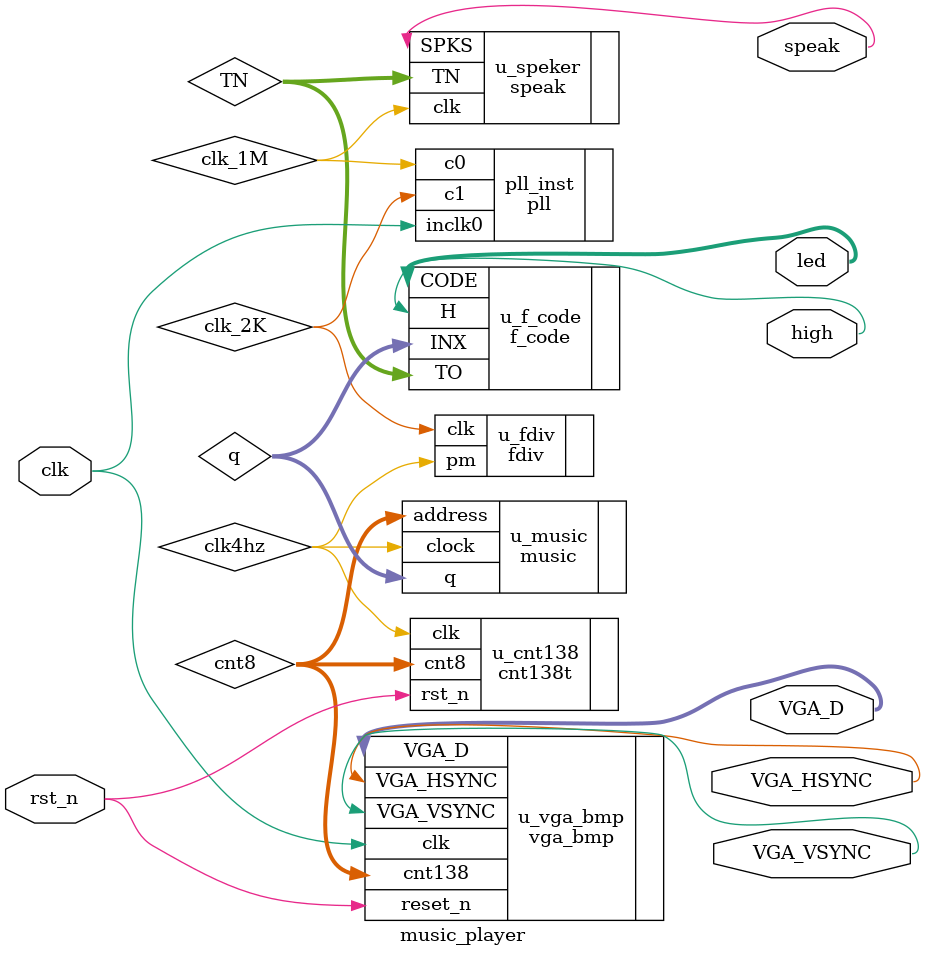
<source format=v>
module music_player(
	input					clk,
	input					rst_n,
	
	output				speak,
	output				high,
	output   [3:0]		led,
	
	output		 	   VGA_HSYNC,
	output 		 	   VGA_VSYNC,	
	output 	[11:0]   VGA_D
);

wire clk_1M;
wire clk_2K;
pll pll_inst(
	.inclk0  	(clk),
	.c0			(clk_1M),
	.c1			(clk_2K)
);

wire clk4hz;
fdiv u_fdiv(
	.clk			(clk_2K),
	.pm			(clk4hz)
);

wire [7:0] cnt8;
cnt138t u_cnt138(
	.clk			(clk4hz),
	.rst_n		(rst_n),
	.cnt8			(cnt8)
	);
	
wire [3:0] q;
music	u_music(
	.address 	(cnt8),
	.clock 		(clk4hz),
	.q 			(q)
);

wire [10:0] TN;
//wire [3:0] led;
//wire high;
f_code u_f_code(
	.INX			(q),
	.CODE			(led),
	.TO			(TN),
	.H				(high)
);

//音响
wire spk;
speak u_speker (
	.clk			(clk_1M),
	.TN			(TN),
	.SPKS			(speak)
);

wire Q;
DFF DFF1(
	.clk(spk),
	.D(!Q),
	.Q(Q)
);

//assign speak = Q;

vga_bmp u_vga_bmp(
	.clk			(clk),
	.reset_n		(rst_n),
	.cnt138     (cnt8),
	
	.VGA_HSYNC	(VGA_HSYNC),
	.VGA_VSYNC	(VGA_VSYNC),
	
	.VGA_D		(VGA_D)			
);


//音响
//wire spk;
//speak u_speker (
//	.clk			(clk_1M),
//	.TN			(TN),
//	.SPKS			(spk)
//);
//
//wire Q;
//DFF DFF1(
//	.clk(spk),
//	.D(!Q),
//	.Q(Q)
//);
//
//assign speak = Q;



endmodule 
	

</source>
